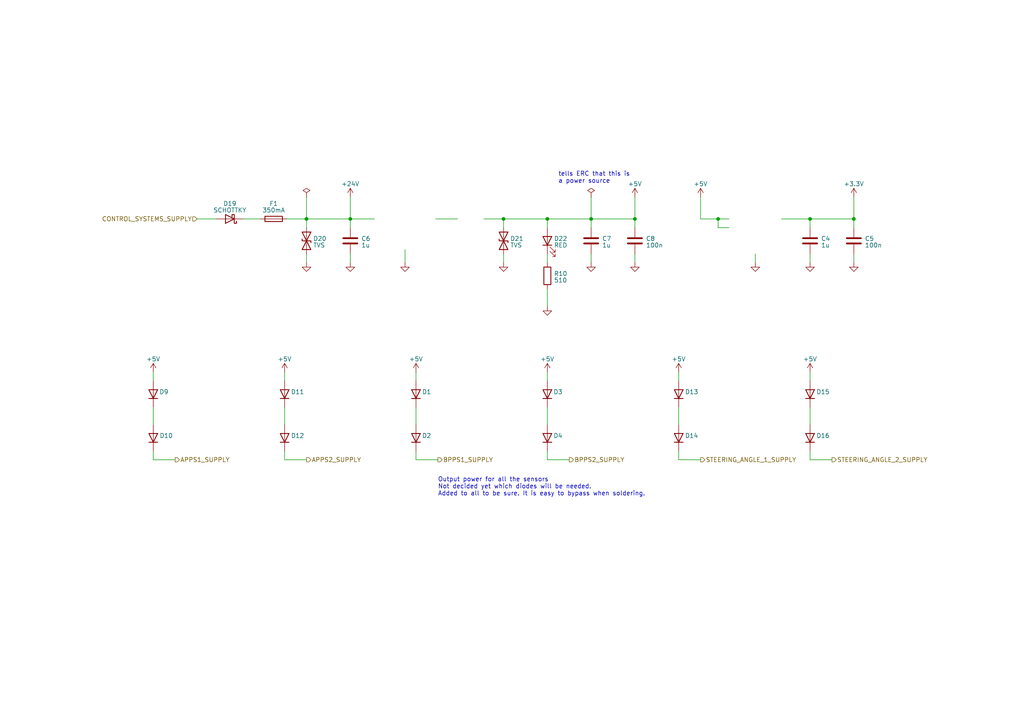
<source format=kicad_sch>
(kicad_sch (version 20230121) (generator eeschema)
  (paper "A4")
  (title_block (title "VEHICLE MEASUREMENT UNIT (VMU)") (rev "1.0") (company "KTH FORMULA STUDENT") (comment 1 "DeV17/DeV18") (comment 2 "FANNY NYBERG") (comment 3 "FNYBE@KTH.SE"))
  (lib_symbols
    (symbol "Device:C" (pin_numbers hide) (pin_names (offset 0.254))
      (property "Reference" "C" (at 0.635 2.54 0))
      (property "Value" "C" (at 0.635 -2.54 0))
      (symbol "C_0_1"
        (polyline (pts (xy -2.032 -0.762) (xy 2.032 -0.762)) (stroke (width 0.508)))
        (polyline (pts (xy -2.032 0.762) (xy 2.032 0.762)) (stroke (width 0.508)))
      )
      (symbol "C_1_1"
        (pin passive line (at 0 3.81 270) (length 2.794) (name "~") (number "1"))
        (pin passive line (at 0 -3.81 90) (length 2.794) (name "~") (number "2"))
      )
    )
    (symbol "Device:D" (pin_numbers hide) (pin_names (offset 1.016) hide)
      (property "Reference" "D" (at 0 2.54 0))
      (property "Value" "D" (at 0 -2.54 0))
      (symbol "D_0_1"
        (polyline (pts (xy -1.27 1.27) (xy -1.27 -1.27)) (stroke (width 0.254)))
        (polyline (pts (xy 1.27 0) (xy -1.27 0)))
        (polyline (pts (xy 1.27 1.27) (xy 1.27 -1.27) (xy -1.27 0) (xy 1.27 1.27)) (stroke (width 0.254)))
      )
      (symbol "D_1_1"
        (pin passive line (at -3.81 0 0) (length 2.54) (name "K") (number "1"))
        (pin passive line (at 3.81 0 180) (length 2.54) (name "A") (number "2"))
      )
    )
    (symbol "Device:D_Schottky" (pin_numbers hide) (pin_names (offset 1.016) hide)
      (property "Reference" "D" (at 0 2.54 0))
      (property "Value" "D_Schottky" (at 0 -2.54 0))
      (symbol "D_Schottky_0_1"
        (polyline (pts (xy 1.27 0) (xy -1.27 0)))
        (polyline (pts (xy 1.27 1.27) (xy 1.27 -1.27) (xy -1.27 0) (xy 1.27 1.27)) (stroke (width 0.254)))
        (polyline (pts (xy -1.905 0.635) (xy -1.905 1.27) (xy -1.27 1.27) (xy -1.27 -1.27) (xy -0.635 -1.27) (xy -0.635 -0.635)) (stroke (width 0.254)))
      )
      (symbol "D_Schottky_1_1"
        (pin passive line (at -3.81 0 0) (length 2.54) (name "K") (number "1"))
        (pin passive line (at 3.81 0 180) (length 2.54) (name "A") (number "2"))
      )
    )
    (symbol "Device:D_TVS" (pin_numbers hide) (pin_names (offset 1.016) hide)
      (property "Reference" "D" (at 0 2.54 0))
      (property "Value" "D_TVS" (at 0 -2.54 0))
      (symbol "D_TVS_0_1"
        (polyline (pts (xy 1.27 0) (xy -1.27 0)))
        (polyline (pts (xy 0.508 1.27) (xy 0 1.27) (xy 0 -1.27) (xy -0.508 -1.27)) (stroke (width 0.254)))
        (polyline (pts (xy -2.54 1.27) (xy -2.54 -1.27) (xy 2.54 1.27) (xy 2.54 -1.27) (xy -2.54 1.27)) (stroke (width 0.254)))
      )
      (symbol "D_TVS_1_1"
        (pin passive line (at -3.81 0 0) (length 2.54) (name "A1") (number "1"))
        (pin passive line (at 3.81 0 180) (length 2.54) (name "A2") (number "2"))
      )
    )
    (symbol "Device:Fuse" (pin_numbers hide) (pin_names (offset 0))
      (property "Reference" "F" (at 2.032 0 90))
      (property "Value" "Fuse" (at -1.905 0 90))
      (symbol "Fuse_0_1"
        (rectangle (start -0.762 -2.54) (end 0.762 2.54) (stroke (width 0.254)))
        (polyline (pts (xy 0 2.54) (xy 0 -2.54)))
      )
      (symbol "Fuse_1_1"
        (pin passive line (at 0 3.81 270) (length 1.27) (name "~") (number "1"))
        (pin passive line (at 0 -3.81 90) (length 1.27) (name "~") (number "2"))
      )
    )
    (symbol "Device:LED" (pin_numbers hide) (pin_names (offset 1.016) hide)
      (property "Reference" "D" (at 0 2.54 0))
      (property "Value" "LED" (at 0 -2.54 0))
      (symbol "LED_0_1"
        (polyline (pts (xy -1.27 -1.27) (xy -1.27 1.27)) (stroke (width 0.254)))
        (polyline (pts (xy -1.27 0) (xy 1.27 0)))
        (polyline (pts (xy 1.27 -1.27) (xy 1.27 1.27) (xy -1.27 0) (xy 1.27 -1.27)) (stroke (width 0.254)))
        (polyline (pts (xy -3.048 -0.762) (xy -4.572 -2.286) (xy -3.81 -2.286) (xy -4.572 -2.286) (xy -4.572 -1.524)))
        (polyline (pts (xy -1.778 -0.762) (xy -3.302 -2.286) (xy -2.54 -2.286) (xy -3.302 -2.286) (xy -3.302 -1.524)))
      )
      (symbol "LED_1_1"
        (pin passive line (at -3.81 0 0) (length 2.54) (name "K") (number "1"))
        (pin passive line (at 3.81 0 180) (length 2.54) (name "A") (number "2"))
      )
    )
    (symbol "Device:R" (pin_numbers hide) (pin_names (offset 0))
      (property "Reference" "R" (at 2.032 0 90))
      (property "Value" "R" (at 0 0 90))
      (symbol "R_0_1"
        (rectangle (start -1.016 -2.54) (end 1.016 2.54) (stroke (width 0.254)))
      )
      (symbol "R_1_1"
        (pin passive line (at 0 3.81 270) (length 1.27) (name "~") (number "1"))
        (pin passive line (at 0 -3.81 90) (length 1.27) (name "~") (number "2"))
      )
    )
    (symbol "power:+24V" (power) (pin_names (offset 0))
      (property "Value" "+24V" (at 0 3.556 0))
      (symbol "+24V_0_1"
        (polyline (pts (xy -0.762 1.27) (xy 0 2.54)))
        (polyline (pts (xy 0 0) (xy 0 2.54)))
        (polyline (pts (xy 0 2.54) (xy 0.762 1.27)))
      )
      (symbol "+24V_1_1"
        (pin power_in line (at 0 0 90) (length 0) hide (name "+24V") (number "1"))
      )
    )
    (symbol "power:+3.3V" (power) (pin_names (offset 0))
      (property "Value" "+3.3V" (at 0 3.556 0))
      (symbol "+3.3V_0_1"
        (polyline (pts (xy -0.762 1.27) (xy 0 2.54)))
        (polyline (pts (xy 0 0) (xy 0 2.54)))
        (polyline (pts (xy 0 2.54) (xy 0.762 1.27)))
      )
      (symbol "+3.3V_1_1"
        (pin power_in line (at 0 0 90) (length 0) hide (name "+3.3V") (number "1"))
      )
    )
    (symbol "power:+5V" (power) (pin_names (offset 0))
      (property "Value" "+5V" (at 0 3.556 0))
      (symbol "+5V_0_1"
        (polyline (pts (xy -0.762 1.27) (xy 0 2.54)))
        (polyline (pts (xy 0 0) (xy 0 2.54)))
        (polyline (pts (xy 0 2.54) (xy 0.762 1.27)))
      )
      (symbol "+5V_1_1"
        (pin power_in line (at 0 0 90) (length 0) hide (name "+5V") (number "1"))
      )
    )
    (symbol "power:GND" (power) (pin_names (offset 0))
      (property "Value" "GND" (at 0 -3.81 0))
      (symbol "GND_0_1"
        (polyline (pts (xy 0 0) (xy 0 -1.27) (xy 1.27 -1.27) (xy 0 -2.54) (xy -1.27 -1.27) (xy 0 -1.27)))
      )
      (symbol "GND_1_1"
        (pin power_in line (at 0 0 270) (length 0) hide (name "GND") (number "1"))
      )
    )
    (symbol "power:PWR_FLAG" (power) (pin_numbers hide) (pin_names (offset 0) hide)
      (property "Value" "PWR_FLAG" (at 0 3.81 0))
      (symbol "PWR_FLAG_0_0"
        (pin power_out line (at 0 0 90) (length 0) (name "pwr") (number "1"))
      )
      (symbol "PWR_FLAG_0_1"
        (polyline (pts (xy 0 0) (xy 0 1.27) (xy -1.016 1.905) (xy 0 2.54) (xy 1.016 1.905) (xy 0 1.27)))
      )
    )
  )
  (junction (at 171.45 63.5))
  (junction (at 88.9 63.5))
  (junction (at 234.95 63.5))
  (junction (at 184.15 63.5))
  (junction (at 247.65 63.5))
  (junction (at 101.6 63.5))
  (junction (at 208.28 63.5))
  (junction (at 146.05 63.5))
  (junction (at 158.75 63.5))
  (wire (pts (xy 88.9 57.15) (xy 88.9 63.5)))
  (wire (pts (xy 101.6 63.5) (xy 101.6 66.04)))
  (wire (pts (xy 132.715 63.5) (xy 126.365 63.5)))
  (wire (pts (xy 171.45 76.2) (xy 171.45 73.66)))
  (wire (pts (xy 234.95 133.35) (xy 234.95 130.81)))
  (wire (pts (xy 88.9 66.04) (xy 88.9 63.5)))
  (wire (pts (xy 234.95 76.2) (xy 234.95 73.66)))
  (wire (pts (xy 241.3 133.35) (xy 234.95 133.35)))
  (wire (pts (xy 184.15 63.5) (xy 171.45 63.5)))
  (wire (pts (xy 208.28 66.04) (xy 211.455 66.04)))
  (wire (pts (xy 158.75 66.04) (xy 158.75 63.5)))
  (wire (pts (xy 82.55 123.19) (xy 82.55 118.11)))
  (wire (pts (xy 171.45 57.15) (xy 171.45 63.5)))
  (wire (pts (xy 82.55 133.35) (xy 82.55 130.81)))
  (wire (pts (xy 44.45 110.49) (xy 44.45 107.95)))
  (wire (pts (xy 171.45 66.04) (xy 171.45 63.5)))
  (wire (pts (xy 101.6 73.66) (xy 101.6 76.2)))
  (wire (pts (xy 158.75 133.35) (xy 165.1 133.35)))
  (wire (pts (xy 75.565 63.5) (xy 70.485 63.5)))
  (wire (pts (xy 208.28 63.5) (xy 211.455 63.5)))
  (wire (pts (xy 184.15 76.2) (xy 184.15 73.66)))
  (wire (pts (xy 88.9 63.5) (xy 101.6 63.5)))
  (wire (pts (xy 158.75 88.9) (xy 158.75 83.82)))
  (wire (pts (xy 120.65 107.95) (xy 120.65 110.49)))
  (wire (pts (xy 196.85 123.19) (xy 196.85 118.11)))
  (wire (pts (xy 196.85 133.35) (xy 196.85 130.81)))
  (wire (pts (xy 50.8 133.35) (xy 44.45 133.35)))
  (wire (pts (xy 158.75 63.5) (xy 146.05 63.5)))
  (wire (pts (xy 140.335 63.5) (xy 146.05 63.5)))
  (wire (pts (xy 62.865 63.5) (xy 57.15 63.5)))
  (wire (pts (xy 158.75 133.35) (xy 158.75 130.81)))
  (wire (pts (xy 247.65 76.2) (xy 247.65 73.66)))
  (wire (pts (xy 184.15 57.15) (xy 184.15 63.5)))
  (wire (pts (xy 82.55 110.49) (xy 82.55 107.95)))
  (wire (pts (xy 219.075 76.2) (xy 219.075 73.66)))
  (wire (pts (xy 146.05 63.5) (xy 146.05 66.04)))
  (wire (pts (xy 158.75 73.66) (xy 158.75 76.2)))
  (wire (pts (xy 203.2 57.15) (xy 203.2 63.5)))
  (wire (pts (xy 101.6 63.5) (xy 101.6 57.15)))
  (wire (pts (xy 158.75 110.49) (xy 158.75 107.95)))
  (wire (pts (xy 88.9 133.35) (xy 82.55 133.35)))
  (wire (pts (xy 117.475 76.2) (xy 117.475 72.39)))
  (wire (pts (xy 247.65 57.15) (xy 247.65 63.5)))
  (wire (pts (xy 120.65 118.11) (xy 120.65 123.19)))
  (wire (pts (xy 120.65 133.35) (xy 120.65 130.81)))
  (wire (pts (xy 234.95 63.5) (xy 247.65 63.5)))
  (wire (pts (xy 44.45 133.35) (xy 44.45 130.81)))
  (wire (pts (xy 234.95 110.49) (xy 234.95 107.95)))
  (wire (pts (xy 247.65 63.5) (xy 247.65 66.04)))
  (wire (pts (xy 158.75 63.5) (xy 171.45 63.5)))
  (wire (pts (xy 208.28 63.5) (xy 208.28 66.04)))
  (wire (pts (xy 127 133.35) (xy 120.65 133.35)))
  (wire (pts (xy 196.85 110.49) (xy 196.85 107.95)))
  (wire (pts (xy 83.185 63.5) (xy 88.9 63.5)))
  (wire (pts (xy 108.585 63.5) (xy 101.6 63.5)))
  (wire (pts (xy 203.2 133.35) (xy 196.85 133.35)))
  (wire (pts (xy 226.695 63.5) (xy 234.95 63.5)))
  (wire (pts (xy 184.15 63.5) (xy 184.15 66.04)))
  (wire (pts (xy 234.95 63.5) (xy 234.95 66.04)))
  (wire (pts (xy 146.05 76.2) (xy 146.05 73.66)))
  (wire (pts (xy 44.45 123.19) (xy 44.45 118.11)))
  (wire (pts (xy 88.9 76.2) (xy 88.9 73.66)))
  (wire (pts (xy 158.75 123.19) (xy 158.75 118.11)))
  (wire (pts (xy 203.2 63.5) (xy 208.28 63.5)))
  (wire (pts (xy 234.95 123.19) (xy 234.95 118.11)))
  (text "Output power for all the sensors \nNot decided yet which diodes will be needed.\nAdded to all to be sure. It is easy to bypass when soldering.\n\n" (at 127 146.05 0) (effects (font (size 1.27 1.27)) (justify left bottom)))
  (text "tells ERC that this is\na power source" (at 161.925 53.34 0) (effects (font (size 1.27 1.27)) (justify left bottom)))
  (hierarchical_label "STEERING_ANGLE_1_SUPPLY" (shape output) (at 203.2 133.35 0))
  (hierarchical_label "APPS1_SUPPLY" (shape output) (at 50.8 133.35 0))
  (hierarchical_label "APPS2_SUPPLY" (shape output) (at 88.9 133.35 0))
  (hierarchical_label "CONTROL_SYSTEMS_SUPPLY" (shape input) (at 57.15 63.5 180))
  (hierarchical_label "BPPS2_SUPPLY" (shape output) (at 165.1 133.35 0))
  (hierarchical_label "STEERING_ANGLE_2_SUPPLY" (shape output) (at 241.3 133.35 0))
  (hierarchical_label "BPPS1_SUPPLY" (shape output) (at 127 133.35 0))
  (symbol (lib_id "KTHFS:Wurth-FDSM") (at 117.475 63.5 0) (unit 1)
    (property "Reference" "VR1" (at 117.475 55.245 0))
    (property "Value" "Wurth-FDSM" (at 117.475 57.15 0))
    (property "Footprint" "KTHFS:Wurth-FDSM" (effects hide))
    (property "Datasheet" "https://katalog.we-online.de/pm/datasheet/173010578.pdf" (effects hide))
  )
  (symbol (lib_id "Device:Fuse") (at 79.375 63.5 270) (unit 1)
    (property "Reference" "F1" (at 79.375 59.055 90))
    (property "Value" "350mA" (at 79.375 60.96 90))
    (property "Footprint" "Fuse:Fuse_0805_2012Metric" (effects hide))
  )
  (symbol (lib_id "Device:D_Schottky") (at 66.675 63.5 180) (unit 1)
    (property "Reference" "D19" (at 66.675 59.055 0))
    (property "Value" "SCHOTTKY" (at 66.675 60.96 0))
    (property "Footprint" "Diode_SMD:D_SOD-323" (effects hide))
  )
  (symbol (lib_id "Device:D_TVS") (at 88.9 69.85 270) (unit 1)
    (property "Reference" "D20" (at 90.805 69.215 90) (effects (justify left)))
    (property "Value" "TVS" (at 90.805 71.12 90) (effects (justify left)))
    (property "Footprint" "Diode_SMD:D_SOD-323" (effects hide))
  )
  (symbol (lib_id "Device:C") (at 101.6 69.85 0) (unit 1)
    (property "Reference" "C6" (at 104.775 69.215 0) (effects (justify left)))
    (property "Value" "1u" (at 104.775 71.12 0) (effects (justify left)))
    (property "Footprint" "Capacitor_SMD:C_0603_1608Metric" (effects hide))
  )
  (symbol (lib_id "power:GND") (at 117.475 76.2 0) (unit 1)
    (property "Reference" "#PWR045" (effects hide))
    (property "Value" "GND" (effects hide))
  )
  (symbol (lib_id "power:GND") (at 88.9 76.2 0) (unit 1)
    (property "Reference" "#PWR042" (effects hide))
    (property "Value" "GND" (effects hide))
  )
  (symbol (lib_id "Device:D_TVS") (at 146.05 69.85 270) (unit 1)
    (property "Reference" "D21" (at 147.955 69.215 90) (effects (justify left)))
    (property "Value" "TVS" (at 147.955 71.12 90) (effects (justify left)))
    (property "Footprint" "Diode_SMD:D_SOD-323" (effects hide))
  )
  (symbol (lib_id "Device:C") (at 171.45 69.85 0) (unit 1)
    (property "Reference" "C7" (at 174.625 69.215 0) (effects (justify left)))
    (property "Value" "1u" (at 174.625 71.12 0) (effects (justify left)))
    (property "Footprint" "Capacitor_SMD:C_0603_1608Metric" (effects hide))
  )
  (symbol (lib_id "power:+24V") (at 101.6 57.15 0) (unit 1)
    (property "Reference" "#PWR043" (effects hide))
    (property "Value" "+24V" (at 101.6 53.34 0))
  )
  (symbol (lib_id "power:+5V") (at 184.15 57.15 0) (unit 1)
    (property "Reference" "#PWR049" (effects hide))
    (property "Value" "+5V" (at 184.15 53.34 0))
  )
  (symbol (lib_id "Device:C") (at 184.15 69.85 0) (unit 1)
    (property "Reference" "C8" (at 187.325 69.215 0) (effects (justify left)))
    (property "Value" "100n" (at 187.325 71.12 0) (effects (justify left)))
    (property "Footprint" "Capacitor_SMD:C_0603_1608Metric" (effects hide))
  )
  (symbol (lib_id "power:GND") (at 146.05 76.2 0) (unit 1)
    (property "Reference" "#PWR046" (effects hide))
    (property "Value" "GND" (effects hide))
  )
  (symbol (lib_id "power:GND") (at 171.45 76.2 0) (unit 1)
    (property "Reference" "#PWR048" (effects hide))
    (property "Value" "GND" (effects hide))
  )
  (symbol (lib_id "power:GND") (at 184.15 76.2 0) (unit 1)
    (property "Reference" "#PWR050" (effects hide))
    (property "Value" "GND" (effects hide))
  )
  (symbol (lib_id "power:PWR_FLAG") (at 171.45 57.15 0) (unit 1)
    (property "Reference" "#FLG03" (effects hide))
    (property "Value" "PWR_FLAG" (effects hide))
  )
  (symbol (lib_id "Device:LED") (at 158.75 69.85 90) (unit 1)
    (property "Reference" "D22" (at 160.655 69.215 90) (effects (justify right)))
    (property "Value" "RED" (at 160.655 71.12 90) (effects (justify right)))
    (property "Footprint" "LED_SMD:LED_0603_1608Metric" (effects hide))
  )
  (symbol (lib_id "Device:R") (at 158.75 80.01 0) (unit 1)
    (property "Reference" "R10" (at 160.655 79.375 0) (effects (justify left)))
    (property "Value" "510" (at 160.655 81.28 0) (effects (justify left)))
    (property "Footprint" "Resistor_SMD:R_0603_1608Metric" (effects hide))
  )
  (symbol (lib_id "Device:Ferrite_Bead") (at 136.525 63.5 270) (unit 1)
    (property "Reference" "FB1" (at 136.525 57.15 90))
    (property "Value" "FERRITE" (at 136.525 59.055 90))
    (property "Footprint" "Diode_SMD:D_0805_2012Metric" (effects hide))
  )
  (symbol (lib_id "power:GND") (at 158.75 88.9 0) (unit 1)
    (property "Reference" "#PWR047" (effects hide))
    (property "Value" "GND" (effects hide))
  )
  (symbol (lib_id "KTHFS:ADP150AUJZ-3.3-R7") (at 219.075 66.04 0) (unit 1)
    (property "Reference" "U3" (at 219.075 58.42 0))
    (property "Value" "ADP150AUJZ-3.3-R7" (at 219.075 60.325 0))
    (property "Footprint" "Package_TO_SOT_SMD:SOT-23-5" (effects hide))
    (property "Datasheet" "https://www.analog.com/media/en/technical-documentation/data-sheets/ADP150.pdf" (effects hide))
  )
  (symbol (lib_id "power:+5V") (at 203.2 57.15 0) (unit 1)
    (property "Reference" "#PWR037" (effects hide))
    (property "Value" "+5V" (at 203.2 53.34 0))
  )
  (symbol (lib_id "power:+3.3V") (at 247.65 57.15 0) (unit 1)
    (property "Reference" "#PWR040" (effects hide))
    (property "Value" "+3.3V" (at 247.65 53.34 0))
  )
  (symbol (lib_id "Device:C") (at 247.65 69.85 0) (unit 1)
    (property "Reference" "C5" (at 250.825 69.215 0) (effects (justify left)))
    (property "Value" "100n" (at 250.825 71.12 0) (effects (justify left)))
    (property "Footprint" "Capacitor_SMD:C_0603_1608Metric" (effects hide))
  )
  (symbol (lib_id "power:GND") (at 247.65 76.2 0) (unit 1)
    (property "Reference" "#PWR041" (effects hide))
    (property "Value" "GND" (effects hide))
  )
  (symbol (lib_id "Device:C") (at 234.95 69.85 0) (unit 1)
    (property "Reference" "C4" (at 238.125 69.215 0) (effects (justify left)))
    (property "Value" "1u" (at 238.125 71.12 0) (effects (justify left)))
    (property "Footprint" "Capacitor_SMD:C_0603_1608Metric" (effects hide))
  )
  (symbol (lib_id "power:GND") (at 234.95 76.2 0) (unit 1)
    (property "Reference" "#PWR039" (effects hide))
    (property "Value" "GND" (effects hide))
  )
  (symbol (lib_id "power:PWR_FLAG") (at 88.9 57.15 0) (unit 1)
    (property "Reference" "#FLG02" (effects hide))
    (property "Value" "PWR_FLAG" (effects hide))
  )
  (symbol (lib_id "power:GND") (at 101.6 76.2 0) (unit 1)
    (property "Reference" "#PWR0158" (effects hide))
    (property "Value" "GND" (effects hide))
  )
  (symbol (lib_id "power:GND") (at 219.075 76.2 0) (unit 1)
    (property "Reference" "#PWR0159" (effects hide))
    (property "Value" "GND" (effects hide))
  )
  (symbol (lib_id "Device:D") (at 82.55 127 270) (mirror x) (unit 1)
    (property "Reference" "D12" (at 88.265 126.365 90) (effects (justify right)))
    (property "Value" "D" (effects hide))
    (property "Footprint" "Diode_SMD:D_SOD-323" (effects hide))
  )
  (symbol (lib_id "Device:D") (at 82.55 114.3 270) (mirror x) (unit 1)
    (property "Reference" "D11" (at 88.265 113.665 90) (effects (justify right)))
    (property "Value" "D" (effects hide))
    (property "Footprint" "Diode_SMD:D_SOD-323" (effects hide))
  )
  (symbol (lib_id "Device:D") (at 158.75 127 270) (mirror x) (unit 1)
    (property "Reference" "D4" (at 163.195 126.365 90) (effects (justify right)))
    (property "Value" "D" (effects hide))
    (property "Footprint" "Diode_SMD:D_SOD-323" (effects hide))
  )
  (symbol (lib_id "Device:D") (at 158.75 114.3 270) (mirror x) (unit 1)
    (property "Reference" "D3" (at 163.195 113.665 90) (effects (justify right)))
    (property "Value" "D" (effects hide))
    (property "Footprint" "Diode_SMD:D_SOD-323" (effects hide))
  )
  (symbol (lib_id "Device:D") (at 44.45 127 270) (mirror x) (unit 1)
    (property "Reference" "D10" (at 50.165 126.365 90) (effects (justify right)))
    (property "Value" "D" (effects hide))
    (property "Footprint" "Diode_SMD:D_SOD-323" (effects hide))
  )
  (symbol (lib_id "Device:D") (at 44.45 114.3 270) (mirror x) (unit 1)
    (property "Reference" "D9" (at 48.895 113.665 90) (effects (justify right)))
    (property "Value" "D" (effects hide))
    (property "Footprint" "Diode_SMD:D_SOD-323" (effects hide))
  )
  (symbol (lib_id "Device:D") (at 120.65 127 270) (mirror x) (unit 1)
    (property "Reference" "D2" (at 125.095 126.365 90) (effects (justify right)))
    (property "Value" "D" (effects hide))
    (property "Footprint" "Diode_SMD:D_SOD-323" (effects hide))
  )
  (symbol (lib_id "Device:D") (at 120.65 114.3 270) (mirror x) (unit 1)
    (property "Reference" "D1" (at 125.095 113.665 90) (effects (justify right)))
    (property "Value" "D" (effects hide))
    (property "Footprint" "Diode_SMD:D_SOD-323" (effects hide))
  )
  (symbol (lib_id "power:+5V") (at 120.65 107.95 0) (mirror y) (unit 1)
    (property "Reference" "#PWR0160" (effects hide))
    (property "Value" "+5V" (at 120.65 104.14 0))
  )
  (symbol (lib_id "Device:D") (at 234.95 127 270) (mirror x) (unit 1)
    (property "Reference" "D16" (at 240.665 126.365 90) (effects (justify right)))
    (property "Value" "D" (effects hide))
    (property "Footprint" "Diode_SMD:D_SOD-323" (effects hide))
  )
  (symbol (lib_id "Device:D") (at 234.95 114.3 270) (mirror x) (unit 1)
    (property "Reference" "D15" (at 240.665 113.665 90) (effects (justify right)))
    (property "Value" "D" (effects hide))
    (property "Footprint" "Diode_SMD:D_SOD-323" (effects hide))
  )
  (symbol (lib_id "Device:D") (at 196.85 127 270) (mirror x) (unit 1)
    (property "Reference" "D14" (at 202.565 126.365 90) (effects (justify right)))
    (property "Value" "D" (effects hide))
    (property "Footprint" "Diode_SMD:D_SOD-323" (effects hide))
  )
  (symbol (lib_id "Device:D") (at 196.85 114.3 270) (mirror x) (unit 1)
    (property "Reference" "D13" (at 202.565 113.665 90) (effects (justify right)))
    (property "Value" "D" (effects hide))
    (property "Footprint" "Diode_SMD:D_SOD-323" (effects hide))
  )
  (symbol (lib_id "power:+5V") (at 44.45 107.95 0) (mirror y) (unit 1)
    (property "Reference" "#PWR0161" (effects hide))
    (property "Value" "+5V" (at 44.45 104.14 0))
  )
  (symbol (lib_id "power:+5V") (at 158.75 107.95 0) (mirror y) (unit 1)
    (property "Reference" "#PWR0162" (effects hide))
    (property "Value" "+5V" (at 158.75 104.14 0))
  )
  (symbol (lib_id "power:+5V") (at 82.55 107.95 0) (mirror y) (unit 1)
    (property "Reference" "#PWR0163" (effects hide))
    (property "Value" "+5V" (at 82.55 104.14 0))
  )
  (symbol (lib_id "power:+5V") (at 234.95 107.95 0) (mirror y) (unit 1)
    (property "Reference" "#PWR0164" (effects hide))
    (property "Value" "+5V" (at 234.95 104.14 0))
  )
  (symbol (lib_id "power:+5V") (at 196.85 107.95 0) (mirror y) (unit 1)
    (property "Reference" "#PWR0165" (effects hide))
    (property "Value" "+5V" (at 196.85 104.14 0))
  )
)
</source>
